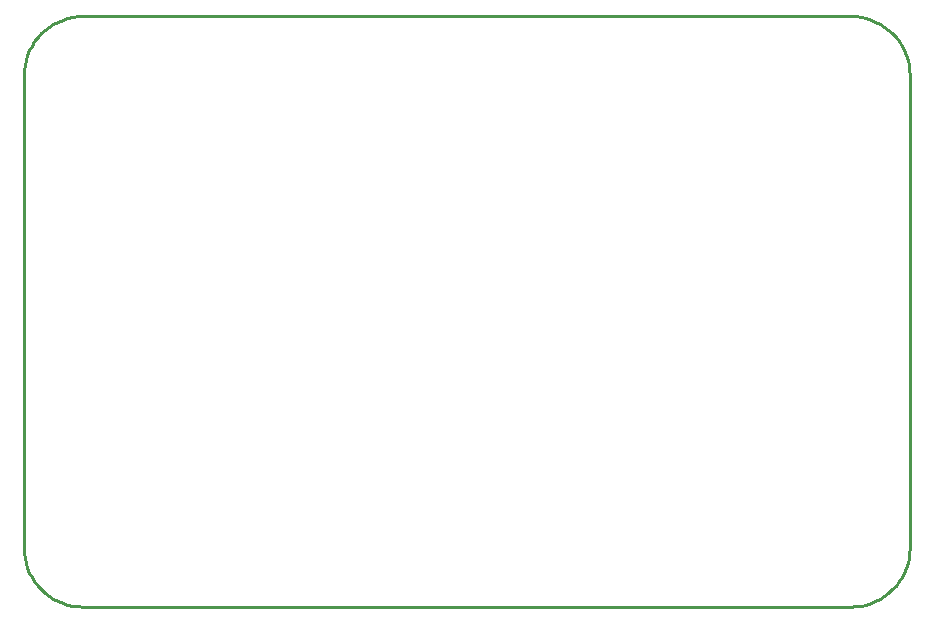
<source format=gbr>
G04 EAGLE Gerber X2 export*
%TF.Part,Single*%
%TF.FileFunction,Profile,NP*%
%TF.FilePolarity,Positive*%
%TF.GenerationSoftware,Autodesk,EAGLE,9.0.0*%
%TF.CreationDate,2023-01-31T01:08:40Z*%
G75*
%MOMM*%
%FSLAX34Y34*%
%LPD*%
%AMOC8*
5,1,8,0,0,1.08239X$1,22.5*%
G01*
%ADD10C,0.254000*%


D10*
X0Y50000D02*
X190Y45642D01*
X760Y41318D01*
X1704Y37059D01*
X3015Y32899D01*
X4685Y28869D01*
X6699Y25000D01*
X9042Y21321D01*
X11698Y17861D01*
X14645Y14645D01*
X17861Y11698D01*
X21321Y9042D01*
X25000Y6699D01*
X28869Y4685D01*
X32899Y3015D01*
X37059Y1704D01*
X41318Y760D01*
X45642Y190D01*
X50000Y0D01*
X700000Y0D01*
X704358Y190D01*
X708682Y760D01*
X712941Y1704D01*
X717101Y3015D01*
X721131Y4685D01*
X725000Y6699D01*
X728679Y9042D01*
X732139Y11698D01*
X735355Y14645D01*
X738302Y17861D01*
X740958Y21321D01*
X743301Y25000D01*
X745315Y28869D01*
X746985Y32899D01*
X748296Y37059D01*
X749240Y41318D01*
X749810Y45642D01*
X750000Y50000D01*
X750000Y450000D01*
X749810Y454358D01*
X749240Y458682D01*
X748296Y462941D01*
X746985Y467101D01*
X745315Y471131D01*
X743301Y475000D01*
X740958Y478679D01*
X738302Y482139D01*
X735355Y485355D01*
X732139Y488302D01*
X728679Y490958D01*
X725000Y493301D01*
X721131Y495315D01*
X717101Y496985D01*
X712941Y498296D01*
X708682Y499240D01*
X704358Y499810D01*
X700000Y500000D01*
X50000Y500000D01*
X45642Y499810D01*
X41318Y499240D01*
X37059Y498296D01*
X32899Y496985D01*
X28869Y495315D01*
X25000Y493301D01*
X21321Y490958D01*
X17861Y488302D01*
X14645Y485355D01*
X11698Y482139D01*
X9042Y478679D01*
X6699Y475000D01*
X4685Y471131D01*
X3015Y467101D01*
X1704Y462941D01*
X760Y458682D01*
X190Y454358D01*
X0Y450000D01*
X0Y50000D01*
M02*

</source>
